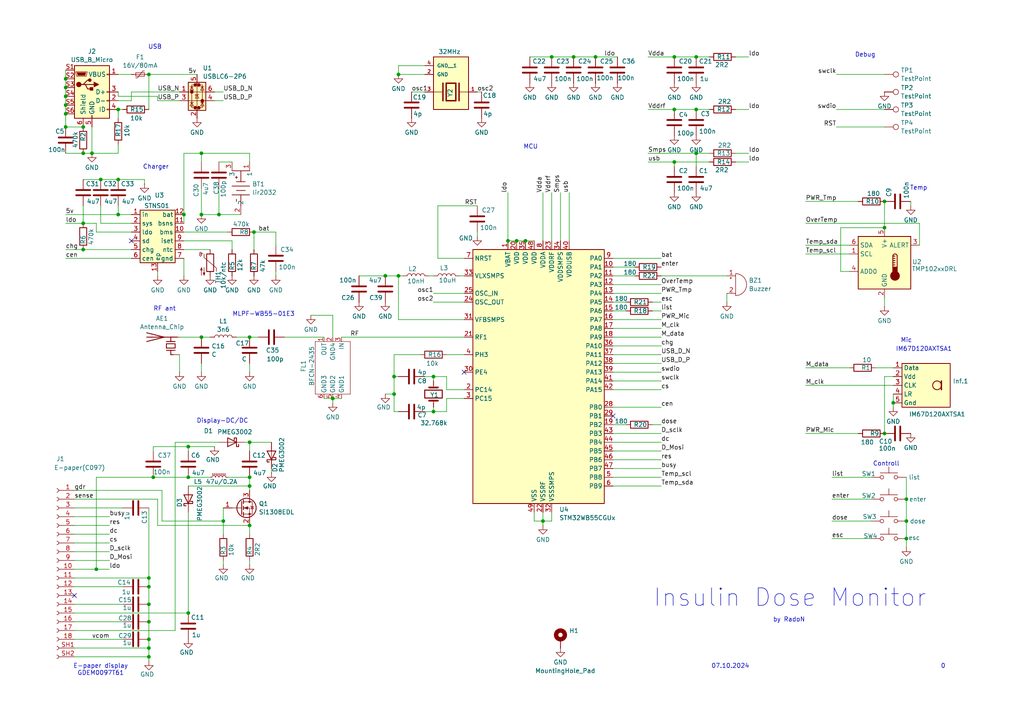
<source format=kicad_sch>
(kicad_sch (version 20231120) (generator "eeschema") (generator_version "8.0")
  (paper "A4")
  (bus_alias "" (members))
  (junction (at 195.58 46.99))
  (junction (at 43.18 175.26))
  (junction (at 201.93 44.45))
  (junction (at 166.37 16.51))
  (junction (at 63.5 62.23))
  (junction (at 152.4 69.85))
  (junction (at 54.61 177.8))
  (junction (at 157.48 151.13))
  (junction (at 64.77 151.13))
  (junction (at 43.18 21.59))
  (junction (at 43.18 190.5))
  (junction (at 27.94 165.1))
  (junction (at 160.02 16.51))
  (junction (at 24.13 44.45))
  (junction (at 19.05 33.02))
  (junction (at 114.3 109.22))
  (junction (at 73.66 67.31))
  (junction (at 172.72 16.51))
  (junction (at 114.3 114.3))
  (junction (at 125.73 119.38))
  (junction (at 29.21 52.07))
  (junction (at 19.05 25.4))
  (junction (at 44.45 138.43))
  (junction (at 195.58 16.51))
  (junction (at 19.05 30.48))
  (junction (at 256.54 66.04))
  (junction (at 34.29 31.75))
  (junction (at 147.32 69.85))
  (junction (at 201.93 31.75))
  (junction (at 24.13 64.77))
  (junction (at 58.42 44.45))
  (junction (at 34.29 52.07))
  (junction (at 53.34 62.23))
  (junction (at 259.08 116.84))
  (junction (at 201.93 16.51))
  (junction (at 24.13 36.83))
  (junction (at 19.05 36.83))
  (junction (at 34.29 62.23))
  (junction (at 43.18 167.64))
  (junction (at 19.05 22.86))
  (junction (at 72.39 97.79))
  (junction (at 19.05 27.94))
  (junction (at 43.18 170.18))
  (junction (at 72.39 152.4))
  (junction (at 72.39 128.27))
  (junction (at 256.54 58.42))
  (junction (at 43.18 185.42))
  (junction (at 43.18 180.34))
  (junction (at 54.61 129.54))
  (junction (at 72.39 140.97))
  (junction (at 72.39 138.43))
  (junction (at 195.58 31.75))
  (junction (at 149.86 69.85))
  (junction (at 54.61 138.43))
  (junction (at 256.54 125.73))
  (junction (at 262.89 156.21))
  (junction (at 96.52 115.57))
  (junction (at 262.89 144.78))
  (junction (at 43.18 187.96))
  (junction (at 111.76 80.01))
  (junction (at 58.42 62.23))
  (junction (at 115.57 21.59))
  (junction (at 125.73 109.22))
  (junction (at 24.13 72.39))
  (junction (at 262.89 151.13))
  (junction (at 115.57 80.01))
  (junction (at 26.67 44.45))
  (junction (at 58.42 97.79))
  (no_connect (at 177.8 120.65))
  (no_connect (at 38.1 69.85))
  (no_connect (at 134.62 107.95))
  (no_connect (at 21.59 172.72))
  (wire (pts (xy 43.18 187.96) (xy 43.18 190.5)))
  (wire (pts (xy 125.73 87.63) (xy 134.62 87.63)))
  (wire (pts (xy 187.96 31.75) (xy 195.58 31.75)))
  (wire (pts (xy 149.86 69.85) (xy 152.4 69.85)))
  (wire (pts (xy 72.39 44.45) (xy 72.39 46.99)))
  (wire (pts (xy 114.3 119.38) (xy 114.3 114.3)))
  (wire (pts (xy 34.29 29.21) (xy 38.1 29.21)))
  (wire (pts (xy 177.8 125.73) (xy 191.77 125.73)))
  (wire (pts (xy 166.37 16.51) (xy 172.72 16.51)))
  (wire (pts (xy 78.74 137.16) (xy 78.74 135.89)))
  (wire (pts (xy 68.58 97.79) (xy 72.39 97.79)))
  (wire (pts (xy 72.39 128.27) (xy 72.39 130.81)))
  (wire (pts (xy 138.43 26.67) (xy 139.7 26.67)))
  (wire (pts (xy 19.05 33.02) (xy 19.05 36.83)))
  (wire (pts (xy 256.54 109.22) (xy 256.54 125.73)))
  (wire (pts (xy 24.13 44.45) (xy 26.67 44.45)))
  (wire (pts (xy 67.31 69.85) (xy 67.31 72.39)))
  (wire (pts (xy 138.43 68.58) (xy 138.43 67.31)))
  (wire (pts (xy 233.68 58.42) (xy 248.92 58.42)))
  (wire (pts (xy 21.59 167.64) (xy 43.18 167.64)))
  (wire (pts (xy 133.35 80.01) (xy 134.62 80.01)))
  (wire (pts (xy 34.29 31.75) (xy 34.29 34.29)))
  (wire (pts (xy 34.29 62.23) (xy 38.1 62.23)))
  (wire (pts (xy 50.8 128.27) (xy 63.5 128.27)))
  (wire (pts (xy 64.77 162.56) (xy 64.77 163.83)))
  (wire (pts (xy 241.3 151.13) (xy 252.73 151.13)))
  (wire (pts (xy 114.3 119.38) (xy 115.57 119.38)))
  (wire (pts (xy 62.23 29.21) (xy 64.77 29.21)))
  (wire (pts (xy 44.45 130.81) (xy 44.45 129.54)))
  (wire (pts (xy 34.29 27.94) (xy 34.29 26.67)))
  (wire (pts (xy 43.18 21.59) (xy 57.15 21.59)))
  (wire (pts (xy 27.94 67.31) (xy 38.1 67.31)))
  (wire (pts (xy 177.8 133.35) (xy 191.77 133.35)))
  (wire (pts (xy 195.58 46.99) (xy 195.58 48.26)))
  (wire (pts (xy 262.89 151.13) (xy 262.89 156.21)))
  (wire (pts (xy 24.13 52.07) (xy 29.21 52.07)))
  (wire (pts (xy 191.77 95.25) (xy 177.8 95.25)))
  (wire (pts (xy 115.57 19.05) (xy 123.19 19.05)))
  (wire (pts (xy 177.8 107.95) (xy 191.77 107.95)))
  (wire (pts (xy 19.05 44.45) (xy 24.13 44.45)))
  (wire (pts (xy 53.34 67.31) (xy 66.04 67.31)))
  (wire (pts (xy 217.17 46.99) (xy 213.36 46.99)))
  (wire (pts (xy 21.59 182.88) (xy 50.8 182.88)))
  (wire (pts (xy 21.59 147.32) (xy 35.56 147.32)))
  (wire (pts (xy 50.8 182.88) (xy 50.8 128.27)))
  (wire (pts (xy 43.18 21.59) (xy 43.18 31.75)))
  (wire (pts (xy 157.48 148.59) (xy 157.48 151.13)))
  (wire (pts (xy 21.59 144.78) (xy 45.72 144.78)))
  (wire (pts (xy 72.39 97.79) (xy 74.93 97.79)))
  (wire (pts (xy 242.57 36.83) (xy 256.54 36.83)))
  (wire (pts (xy 201.93 31.75) (xy 205.74 31.75)))
  (wire (pts (xy 129.54 113.03) (xy 129.54 109.22)))
  (wire (pts (xy 21.59 160.02) (xy 31.75 160.02)))
  (wire (pts (xy 177.8 90.17) (xy 181.61 90.17)))
  (wire (pts (xy 195.58 46.99) (xy 205.74 46.99)))
  (wire (pts (xy 38.1 26.67) (xy 52.07 26.67)))
  (wire (pts (xy 157.48 151.13) (xy 160.02 151.13)))
  (wire (pts (xy 54.61 130.81) (xy 54.61 129.54)))
  (wire (pts (xy 19.05 72.39) (xy 24.13 72.39)))
  (wire (pts (xy 96.52 115.57) (xy 99.06 115.57)))
  (wire (pts (xy 19.05 22.86) (xy 19.05 25.4)))
  (wire (pts (xy 58.42 97.79) (xy 60.96 97.79)))
  (wire (pts (xy 19.05 64.77) (xy 24.13 64.77)))
  (wire (pts (xy 259.08 114.3) (xy 259.08 116.84)))
  (wire (pts (xy 241.3 138.43) (xy 252.73 138.43)))
  (wire (pts (xy 160.02 69.85) (xy 160.02 55.88)))
  (wire (pts (xy 134.62 113.03) (xy 129.54 113.03)))
  (wire (pts (xy 127 59.69) (xy 138.43 59.69)))
  (wire (pts (xy 233.68 111.76) (xy 259.08 111.76)))
  (wire (pts (xy 73.66 67.31) (xy 73.66 72.39)))
  (wire (pts (xy 82.55 97.79) (xy 93.98 97.79)))
  (wire (pts (xy 53.34 69.85) (xy 67.31 69.85)))
  (wire (pts (xy 104.14 80.01) (xy 111.76 80.01)))
  (wire (pts (xy 233.68 125.73) (xy 248.92 125.73)))
  (wire (pts (xy 201.93 44.45) (xy 201.93 48.26)))
  (wire (pts (xy 160.02 151.13) (xy 160.02 148.59)))
  (wire (pts (xy 43.18 175.26) (xy 43.18 180.34)))
  (wire (pts (xy 53.34 62.23) (xy 53.34 64.77)))
  (wire (pts (xy 256.54 58.42) (xy 256.54 66.04)))
  (wire (pts (xy 52.07 97.79) (xy 58.42 97.79)))
  (wire (pts (xy 19.05 20.32) (xy 19.05 22.86)))
  (wire (pts (xy 72.39 138.43) (xy 72.39 140.97)))
  (wire (pts (xy 45.72 29.21) (xy 45.72 27.94)))
  (wire (pts (xy 54.61 177.8) (xy 54.61 148.59)))
  (wire (pts (xy 21.59 177.8) (xy 54.61 177.8)))
  (wire (pts (xy 99.06 97.79) (xy 134.62 97.79)))
  (wire (pts (xy 191.77 80.01) (xy 210.82 80.01)))
  (wire (pts (xy 21.59 175.26) (xy 35.56 175.26)))
  (wire (pts (xy 162.56 69.85) (xy 162.56 55.88)))
  (wire (pts (xy 177.8 123.19) (xy 181.61 123.19)))
  (wire (pts (xy 134.62 115.57) (xy 129.54 115.57)))
  (wire (pts (xy 45.72 27.94) (xy 34.29 27.94)))
  (wire (pts (xy 116.84 80.01) (xy 115.57 80.01)))
  (wire (pts (xy 53.34 74.93) (xy 53.34 80.01)))
  (wire (pts (xy 129.54 115.57) (xy 129.54 119.38)))
  (wire (pts (xy 177.8 85.09) (xy 191.77 85.09)))
  (wire (pts (xy 54.61 129.54) (xy 62.23 129.54)))
  (wire (pts (xy 259.08 116.84) (xy 259.08 118.11)))
  (wire (pts (xy 114.3 109.22) (xy 115.57 109.22)))
  (wire (pts (xy 147.32 69.85) (xy 149.86 69.85)))
  (wire (pts (xy 154.94 151.13) (xy 157.48 151.13)))
  (wire (pts (xy 43.18 170.18) (xy 43.18 175.26)))
  (wire (pts (xy 58.42 62.23) (xy 63.5 62.23)))
  (wire (pts (xy 243.84 66.04) (xy 256.54 66.04)))
  (wire (pts (xy 153.67 16.51) (xy 160.02 16.51)))
  (wire (pts (xy 157.48 69.85) (xy 157.48 55.88)))
  (wire (pts (xy 177.8 110.49) (xy 191.77 110.49)))
  (wire (pts (xy 114.3 114.3) (xy 111.76 114.3)))
  (wire (pts (xy 241.3 156.21) (xy 252.73 156.21)))
  (wire (pts (xy 26.67 44.45) (xy 34.29 44.45)))
  (wire (pts (xy 177.8 105.41) (xy 191.77 105.41)))
  (wire (pts (xy 243.84 78.74) (xy 243.84 66.04)))
  (wire (pts (xy 177.8 97.79) (xy 191.77 97.79)))
  (wire (pts (xy 58.42 107.95) (xy 58.42 105.41)))
  (wire (pts (xy 72.39 152.4) (xy 45.72 152.4)))
  (wire (pts (xy 121.92 102.87) (xy 114.3 102.87)))
  (wire (pts (xy 63.5 54.61) (xy 63.5 62.23)))
  (wire (pts (xy 46.99 142.24) (xy 46.99 151.13)))
  (wire (pts (xy 233.68 64.77) (xy 266.7 64.77)))
  (wire (pts (xy 21.59 187.96) (xy 43.18 187.96)))
  (wire (pts (xy 177.8 138.43) (xy 191.77 138.43)))
  (wire (pts (xy 29.21 52.07) (xy 34.29 52.07)))
  (wire (pts (xy 217.17 44.45) (xy 213.36 44.45)))
  (wire (pts (xy 201.93 16.51) (xy 205.74 16.51)))
  (wire (pts (xy 19.05 25.4) (xy 19.05 27.94)))
  (wire (pts (xy 115.57 21.59) (xy 115.57 19.05)))
  (wire (pts (xy 125.73 119.38) (xy 123.19 119.38)))
  (wire (pts (xy 29.21 64.77) (xy 29.21 59.69)))
  (wire (pts (xy 129.54 109.22) (xy 125.73 109.22)))
  (wire (pts (xy 35.56 31.75) (xy 34.29 31.75)))
  (wire (pts (xy 264.16 58.42) (xy 264.16 59.69)))
  (wire (pts (xy 73.66 67.31) (xy 80.01 67.31)))
  (wire (pts (xy 62.23 26.67) (xy 64.77 26.67)))
  (wire (pts (xy 21.59 142.24) (xy 46.99 142.24)))
  (wire (pts (xy 134.62 102.87) (xy 129.54 102.87)))
  (wire (pts (xy 64.77 151.13) (xy 64.77 154.94)))
  (wire (pts (xy 262.89 138.43) (xy 262.89 144.78)))
  (wire (pts (xy 233.68 106.68) (xy 246.38 106.68)))
  (wire (pts (xy 111.76 80.01) (xy 115.57 80.01)))
  (wire (pts (xy 34.29 21.59) (xy 38.1 21.59)))
  (wire (pts (xy 21.59 157.48) (xy 31.75 157.48)))
  (wire (pts (xy 160.02 16.51) (xy 166.37 16.51)))
  (wire (pts (xy 34.29 44.45) (xy 34.29 41.91)))
  (wire (pts (xy 66.04 138.43) (xy 72.39 138.43)))
  (wire (pts (xy 63.5 46.99) (xy 67.31 46.99)))
  (wire (pts (xy 177.8 118.11) (xy 191.77 118.11)))
  (wire (pts (xy 38.1 64.77) (xy 29.21 64.77)))
  (wire (pts (xy 189.23 90.17) (xy 191.77 90.17)))
  (wire (pts (xy 52.07 102.87) (xy 52.07 107.95)))
  (wire (pts (xy 34.29 52.07) (xy 41.91 52.07)))
  (wire (pts (xy 129.54 119.38) (xy 125.73 119.38)))
  (wire (pts (xy 210.82 85.09) (xy 210.82 87.63)))
  (wire (pts (xy 256.54 31.75) (xy 242.57 31.75)))
  (wire (pts (xy 124.46 80.01) (xy 125.73 80.01)))
  (wire (pts (xy 80.01 67.31) (xy 80.01 71.12)))
  (wire (pts (xy 217.17 16.51) (xy 213.36 16.51)))
  (wire (pts (xy 58.42 54.61) (xy 58.42 62.23)))
  (wire (pts (xy 19.05 30.48) (xy 19.05 33.02)))
  (wire (pts (xy 177.8 87.63) (xy 181.61 87.63)))
  (wire (pts (xy 233.68 73.66) (xy 246.38 73.66)))
  (wire (pts (xy 125.73 109.22) (xy 125.73 110.49)))
  (wire (pts (xy 114.3 102.87) (xy 114.3 109.22)))
  (wire (pts (xy 45.72 78.74) (xy 45.72 80.01)))
  (wire (pts (xy 53.34 72.39) (xy 60.96 72.39)))
  (wire (pts (xy 58.42 44.45) (xy 72.39 44.45)))
  (wire (pts (xy 177.8 140.97) (xy 191.77 140.97)))
  (wire (pts (xy 187.96 44.45) (xy 201.93 44.45)))
  (wire (pts (xy 115.57 92.71) (xy 115.57 80.01)))
  (wire (pts (xy 96.52 91.44) (xy 96.52 97.79)))
  (wire (pts (xy 80.01 78.74) (xy 80.01 80.01)))
  (wire (pts (xy 21.59 149.86) (xy 31.75 149.86)))
  (wire (pts (xy 172.72 16.51) (xy 179.07 16.51)))
  (wire (pts (xy 72.39 105.41) (xy 72.39 107.95)))
  (wire (pts (xy 21.59 162.56) (xy 31.75 162.56)))
  (wire (pts (xy 53.34 44.45) (xy 58.42 44.45)))
  (wire (pts (xy 177.8 128.27) (xy 191.77 128.27)))
  (wire (pts (xy 54.61 140.97) (xy 72.39 140.97)))
  (wire (pts (xy 69.85 62.23) (xy 63.5 62.23)))
  (wire (pts (xy 27.94 64.77) (xy 27.94 67.31)))
  (wire (pts (xy 43.18 190.5) (xy 43.18 191.77)))
  (wire (pts (xy 152.4 69.85) (xy 154.94 69.85)))
  (wire (pts (xy 233.68 71.12) (xy 246.38 71.12)))
  (wire (pts (xy 21.59 185.42) (xy 35.56 185.42)))
  (wire (pts (xy 256.54 86.36) (xy 256.54 88.9)))
  (wire (pts (xy 41.91 52.07) (xy 41.91 53.34)))
  (wire (pts (xy 58.42 44.45) (xy 58.42 46.99)))
  (wire (pts (xy 21.59 152.4) (xy 31.75 152.4)))
  (wire (pts (xy 115.57 21.59) (xy 123.19 21.59)))
  (wire (pts (xy 19.05 74.93) (xy 38.1 74.93)))
  (wire (pts (xy 262.89 158.75) (xy 262.89 156.21)))
  (wire (pts (xy 177.8 74.93) (xy 191.77 74.93)))
  (wire (pts (xy 256.54 109.22) (xy 259.08 109.22)))
  (wire (pts (xy 195.58 16.51) (xy 201.93 16.51)))
  (wire (pts (xy 123.19 109.22) (xy 125.73 109.22)))
  (wire (pts (xy 254 106.68) (xy 259.08 106.68)))
  (wire (pts (xy 43.18 185.42) (xy 43.18 187.96)))
  (wire (pts (xy 21.59 165.1) (xy 27.94 165.1)))
  (wire (pts (xy 93.98 115.57) (xy 96.52 115.57)))
  (wire (pts (xy 154.94 148.59) (xy 154.94 151.13)))
  (wire (pts (xy 24.13 59.69) (xy 24.13 64.77)))
  (wire (pts (xy 134.62 74.93) (xy 127 74.93)))
  (wire (pts (xy 217.17 31.75) (xy 213.36 31.75)))
  (wire (pts (xy 177.8 82.55) (xy 191.77 82.55)))
  (wire (pts (xy 127 74.93) (xy 127 59.69)))
  (wire (pts (xy 201.93 44.45) (xy 205.74 44.45)))
  (wire (pts (xy 177.8 130.81) (xy 191.77 130.81)))
  (wire (pts (xy 177.8 80.01) (xy 184.15 80.01)))
  (wire (pts (xy 266.7 71.12) (xy 266.7 64.77)))
  (wire (pts (xy 52.07 29.21) (xy 45.72 29.21)))
  (wire (pts (xy 191.77 92.71) (xy 177.8 92.71)))
  (wire (pts (xy 72.39 128.27) (xy 78.74 128.27)))
  (wire (pts (xy 157.48 151.13) (xy 157.48 152.4)))
  (wire (pts (xy 177.8 102.87) (xy 191.77 102.87)))
  (wire (pts (xy 195.58 31.75) (xy 201.93 31.75)))
  (wire (pts (xy 256.54 21.59) (xy 242.57 21.59)))
  (wire (pts (xy 147.32 69.85) (xy 147.32 55.88)))
  (wire (pts (xy 64.77 147.32) (xy 64.77 151.13)))
  (wire (pts (xy 187.96 46.99) (xy 195.58 46.99)))
  (wire (pts (xy 187.96 16.51) (xy 195.58 16.51)))
  (wire (pts (xy 189.23 123.19) (xy 191.77 123.19)))
  (wire (pts (xy 53.34 62.23) (xy 53.34 44.45)))
  (wire (pts (xy 43.18 180.34) (xy 43.18 185.42)))
  (wire (pts (xy 45.72 152.4) (xy 45.72 144.78)))
  (wire (pts (xy 177.8 135.89) (xy 191.77 135.89)))
  (wire (pts (xy 43.18 167.64) (xy 43.18 170.18)))
  (wire (pts (xy 72.39 140.97) (xy 72.39 142.24)))
  (wire (pts (xy 19.05 27.94) (xy 19.05 30.48)))
  (wire (pts (xy 34.29 59.69) (xy 34.29 62.23)))
  (wire (pts (xy 27.94 165.1) (xy 31.75 165.1)))
  (wire (pts (xy 19.05 36.83) (xy 24.13 36.83)))
  (wire (pts (xy 72.39 154.94) (xy 72.39 152.4)))
  (wire (pts (xy 24.13 72.39) (xy 38.1 72.39)))
  (wire (pts (xy 21.59 154.94) (xy 31.75 154.94)))
  (wire (pts (xy 90.17 91.44) (xy 96.52 91.44)))
  (wire (pts (xy 119.38 26.67) (xy 123.19 26.67)))
  (wire (pts (xy 125.73 85.09) (xy 134.62 85.09)))
  (wire (pts (xy 26.67 36.83) (xy 26.67 44.45)))
  (wire (pts (xy 44.45 138.43) (xy 54.61 138.43)))
  (wire (pts (xy 21.59 190.5) (xy 43.18 190.5)))
  (wire (pts (xy 21.59 180.34) (xy 35.56 180.34)))
  (wire (pts (xy 54.61 138.43) (xy 60.96 138.43)))
  (wire (pts (xy 177.8 100.33) (xy 191.77 100.33)))
  (wire (pts (xy 38.1 29.21) (xy 38.1 26.67)))
  (wire (pts (xy 19.05 62.23) (xy 34.29 62.23)))
  (wire (pts (xy 44.45 129.54) (xy 54.61 129.54)))
  (wire (pts (xy 71.12 128.27) (xy 72.39 128.27)))
  (wire (pts (xy 134.62 92.71) (xy 115.57 92.71)))
  (wire (pts (xy 72.39 162.56) (xy 72.39 163.83)))
  (wire (pts (xy 177.8 77.47) (xy 184.15 77.47)))
  (wire (pts (xy 21.59 170.18) (xy 35.56 170.18)))
  (wire (pts (xy 243.84 78.74) (xy 246.38 78.74)))
  (wire (pts (xy 262.89 144.78) (xy 262.89 151.13)))
  (wire (pts (xy 24.13 64.77) (xy 27.94 64.77)))
  (wire (pts (xy 189.23 87.63) (xy 191.77 87.63)))
  (wire (pts (xy 46.99 151.13) (xy 64.77 151.13)))
  (wire (pts (xy 96.52 116.84) (xy 96.52 115.57)))
  (wire (pts (xy 241.3 144.78) (xy 252.73 144.78)))
  (wire (pts (xy 165.1 69.85) (xy 165.1 55.88)))
  (wire (pts (xy 125.73 118.11) (xy 125.73 119.38)))
  (wire (pts (xy 114.3 114.3) (xy 114.3 109.22)))
  (wire (pts (xy 27.94 138.43) (xy 44.45 138.43)))
  (wire (pts (xy 177.8 113.03) (xy 191.77 113.03)))
  (wire (pts (xy 43.18 147.32) (xy 43.18 167.64)))
  (wire (pts (xy 27.94 165.1) (xy 27.94 138.43)))
  (text "Insulin Dose Monitor\n" (at 229.108 173.482 0) (effects (font (size 5.08 5.08))))
  (text "USB" (at 44.958 13.716 0) (effects (font (size 1.27 1.27))))
  (text "Mic" (at 262.89 98.806 0) (effects (font (size 1.27 1.27))))
  (text "0" (at 273.558 193.294 0) (effects (font (size 1.27 1.27))))
  (text "Temp" (at 266.446 54.61 0) (effects (font (size 1.27 1.27))))
  (text "RF ant" (at 47.752 89.662 0) (effects (font (size 1.27 1.27))))
  (text "Controll" (at 257.048 134.62 0) (effects (font (size 1.27 1.27))))
  (text "IM67D120AXTSA1" (at 267.97 101.346 0) (effects (font (size 1.27 1.27))))
  (text "07.10.2024" (at 211.836 193.294 0) (effects (font (size 1.27 1.27))))
  (text "Display-DC/DC" (at 64.516 122.174 0) (effects (font (size 1.27 1.27))))
  (text "E-paper display\nGDEM0097T61" (at 29.21 194.31 0) (effects (font (size 1.27 1.27))))
  (text "Debug" (at 250.952 16.002 0) (effects (font (size 1.27 1.27))))
  (text "Charger" (at 45.212 48.514 0) (effects (font (size 1.27 1.27))))
  (text "by RadoN" (at 228.854 179.832 0) (effects (font (size 1.27 1.27))))
  (text "MCU" (at 153.924 42.672 0) (effects (font (size 1.27 1.27))))
  (text "\nMLPF-WB55-01E3" (at 76.454 90.17 0) (effects (font (size 1.27 1.27))))
  (label "Vddrf" (at 160.02 55.88 90))
  (label "bat" (at 191.77 74.93 0))
  (label "usb" (at 187.96 46.99 0))
  (label "dc" (at 31.75 154.94 0))
  (label "D_Mosi" (at 31.75 162.56 0))
  (label "PWR_Mic" (at 233.68 125.73 0))
  (label "OverTemp" (at 233.68 64.77 0))
  (label "cs" (at 31.75 157.48 0))
  (label "ldo" (at 217.17 44.45 0))
  (label "D_sclk" (at 31.75 160.02 0))
  (label "5v" (at 54.61 21.59 0))
  (label "M_clk" (at 191.77 95.25 0))
  (label "5v" (at 19.05 62.23 0))
  (label "USB_D_N" (at 64.77 26.67 0))
  (label "RF" (at 101.6 97.79 0))
  (label "bat" (at 74.93 67.31 0))
  (label "vcom" (at 26.67 185.42 0))
  (label "M_data" (at 191.77 97.79 0))
  (label "dose" (at 191.77 123.19 0))
  (label "ldo" (at 217.17 46.99 0))
  (label "esc" (at 241.3 156.21 0))
  (label "D_Mosi" (at 191.77 130.81 0))
  (label "enter" (at 241.3 144.78 0))
  (label "USB_D_P" (at 64.77 29.21 0))
  (label "USB_N" (at 45.72 26.67 0))
  (label "sense" (at 21.59 144.78 0))
  (label "ldo" (at 217.17 16.51 0))
  (label "res" (at 191.77 133.35 0))
  (label "PWR_Mic" (at 191.77 92.71 0))
  (label "swdio" (at 191.77 107.95 0))
  (label "esc" (at 191.77 87.63 0))
  (label "swclk" (at 191.77 110.49 0))
  (label "Temp_sda" (at 191.77 140.97 0))
  (label "busy" (at 31.75 149.86 0))
  (label "ldo" (at 175.26 16.51 0))
  (label "Smps" (at 162.56 55.88 90))
  (label "list" (at 241.3 138.43 0))
  (label "RST" (at 138.43 59.69 180))
  (label "Vddrf" (at 187.96 31.75 0))
  (label "M_clk" (at 233.68 111.76 0))
  (label "ldo" (at 217.17 31.75 0))
  (label "cen" (at 19.05 74.93 0))
  (label "osc2" (at 125.73 87.63 180))
  (label "ldo" (at 31.75 165.1 0))
  (label "osc2" (at 138.43 26.67 0))
  (label "enter" (at 191.77 77.47 0))
  (label "USB_D_N" (at 191.77 102.87 0))
  (label "OverTemp" (at 191.77 82.55 0))
  (label "list" (at 191.77 90.17 0))
  (label "chg" (at 19.05 72.39 0))
  (label "ldo" (at 19.05 64.77 0))
  (label "usb" (at 165.1 55.88 90))
  (label "osc1" (at 125.73 85.09 180))
  (label "swclk" (at 242.57 21.59 180))
  (label "osc1" (at 119.38 26.67 0))
  (label "cen" (at 191.77 118.11 0))
  (label "Vdda" (at 157.48 55.88 90))
  (label "chg" (at 191.77 100.33 0))
  (label "gdr" (at 21.59 142.24 0))
  (label "RST" (at 242.57 36.83 180))
  (label "Smps" (at 187.96 44.45 0))
  (label "swdio" (at 242.57 31.75 180))
  (label "Temp_scl" (at 233.68 73.66 0))
  (label "Vdda" (at 187.96 16.51 0))
  (label "PWR_Tmp" (at 233.68 58.42 0))
  (label "Temp_sda" (at 233.68 71.12 0))
  (label "dose" (at 241.3 151.13 0))
  (label "M_data" (at 233.68 106.68 0))
  (label "D_sclk" (at 191.77 125.73 0))
  (label "Temp_scl" (at 191.77 138.43 0))
  (label "PWR_Tmp" (at 191.77 85.09 0))
  (label "cs" (at 191.77 113.03 0))
  (label "dc" (at 191.77 128.27 0))
  (label "USB_P" (at 45.72 29.21 0))
  (label "USB_D_P" (at 191.77 105.41 0))
  (label "busy" (at 191.77 135.89 0))
  (label "ldo" (at 147.32 55.88 90))
  (label "res" (at 31.75 152.4 0))
  (symbol (lib_id "Device:C") (at 201.93 20.32 0) (unit 1)
    (property "Reference" "C21" (at 202.692 17.78 0) (effects (justify left)))
    (property "Value" "1u" (at 202.946 22.86 0) (effects (justify left)))
    (property "Footprint" "Capacitor_SMD:C_0402_1005Metric" (effects (hide yes)))
    (property "Manufacturer" "Samsung" (effects (hide yes)))
    (property "Mfpn" " CL05A105KO5NNNC" (effects (hide yes)))
    (property "Price" "0.2" (effects (hide yes)))
  )
  (symbol (lib_id "Device:C") (at 72.39 134.62 0) (unit 1)
    (property "Reference" "C12" (at 73.152 132.08 0) (effects (justify left)))
    (property "Value" "4u7" (at 73.406 137.16 0) (effects (justify left)))
    (property "Footprint" "Capacitor_SMD:C_0603_1608Metric" (effects (hide yes)))
    (property "Manufacturer" "Samsung" (effects (hide yes)))
    (property "Mfpn" "CL10A475KP8NNNL" (effects (hide yes)))
    (property "Price" "0.019" (effects (hide yes)))
  )
  (symbol (lib_id "power:GND") (at 64.77 163.83 0) (unit 1)
    (property "Reference" "#PWR030" (effects (hide yes)))
    (property "Value" "GND" (at 62.23 167.64 0) (effects (justify left)))
    (property "Description" "Power symbol creates a global label with name \"GND\" , ground" (effects (hide yes)))
  )
  (symbol (lib_id "Device:R") (at 209.55 16.51 90) (unit 1)
    (property "Reference" "R11" (at 211.836 16.51 90) (effects (justify left)))
    (property "Value" "2R2" (at 211.328 18.796 90) (effects (justify left)))
    (property "Footprint" "Resistor_SMD:R_0402_1005Metric" (effects (hide yes)))
    (property "Description" "Resistor" (effects (hide yes)))
    (property "Manufacturer" "Yageo" (effects (hide yes)))
    (property "Mfpn" " RC0402FR-072R2L" (effects (hide yes)))
    (property "Price" "0.012" (effects (hide yes)))
  )
  (symbol (lib_id "Device:R") (at 72.39 158.75 0) (unit 1)
    (property "Reference" "R4" (at 72.39 161.036 90) (effects (justify left)))
    (property "Value" "2R2" (at 74.676 161.29 90) (effects (justify left)))
    (property "Footprint" "Resistor_SMD:R_0402_1005Metric" (effects (hide yes)))
    (property "Description" "Resistor" (effects (hide yes)))
    (property "Manufacturer" "Yageo" (effects (hide yes)))
    (property "Mfpn" " RC0402FR-072R2L" (effects (hide yes)))
    (property "Price" "0.012" (effects (hide yes)))
  )
  (symbol (lib_id "Device:C") (at 195.58 52.07 0) (unit 1)
    (property "Reference" "C2" (at 196.85 49.53 0) (effects (justify left)))
    (property "Value" "100n" (at 196.342 54.61 0) (effects (justify left)))
    (property "Footprint" "Capacitor_SMD:C_0402_1005Metric" (effects (hide yes)))
    (property "Manufacturer" "Tayo Yuden" (effects (hide yes)))
    (property "Mfpn" "MLASE105SB7104KFNA01" (effects (hide yes)))
    (property "Price" "0.013" (effects (hide yes)))
  )
  (symbol (lib_id "Device:R") (at 250.19 106.68 90) (unit 1)
    (property "Reference" "R1" (at 252.476 106.68 90) (effects (justify left)))
    (property "Value" "10" (at 252.73 104.394 90) (effects (justify left)))
    (property "Footprint" "Resistor_SMD:R_0402_1005Metric" (effects (hide yes)))
    (property "Description" "Resistor" (effects (hide yes)))
    (property "Manufacturer" "Bourns" (effects (hide yes)))
    (property "Mfpn" " CR0402-JW-100GLF" (effects (hide yes)))
    (property "Price" "0.001" (effects (hide yes)))
  )
  (symbol (lib_id "Device:Thermistor_NTC") (at 60.96 76.2 0) (unit 1)
    (property "Reference" "TH1" (at 63.246 82.296 90) (effects (justify left)))
    (property "Value" "10k/ntc" (at 64.77 83.82 90) (effects (justify left)))
    (property "Footprint" "Resistor_SMD:R_0402_1005Metric" (effects (hide yes)))
    (property "Description" "Temperature dependent resistor, negative temperature coefficient" (effects (hide yes)))
    (property "Manufacturer" "Mitsubishi" (effects (hide yes)))
    (property "Mfpn" "TH05-3H103F" (effects (hide yes)))
    (property "Price" "2.8" (effects (hide yes)))
  )
  (symbol (lib_id "power:GND") (at 78.74 137.16 0) (unit 1)
    (property "Reference" "#PWR028" (effects (hide yes)))
    (property "Value" "GND" (at 76.2 140.97 0) (effects (justify left)))
    (property "Description" "Power symbol creates a global label with name \"GND\" , ground" (effects (hide yes)))
  )
  (symbol (lib_id "Device:C") (at 172.72 20.32 0) (unit 1)
    (property "Reference" "C25" (at 173.99 17.78 0) (effects (justify left)))
    (property "Value" "100n" (at 172.974 22.606 0) (effects (justify left)))
    (property "Footprint" "Capacitor_SMD:C_0402_1005Metric" (effects (hide yes)))
    (property "Manufacturer" "Tayo Yuden" (effects (hide yes)))
    (property "Mfpn" "MLASE105SB7104KFNA01" (effects (hide yes)))
    (property "Price" "0.013" (effects (hide yes)))
  )
  (symbol (lib_id "Connector:Conn_01x18_Socket") (at 16.51 162.56 0) (mirror y) (unit 1)
    (property "Reference" "J1" (at 17.526 133.096 0))
    (property "Value" "E-paper(C097)" (at 23.114 135.636 0))
    (property "Footprint" "InsuDos:MOLEX_503480-1800" (effects (hide yes)))
    (property "Description" "Generic connector, single row, 01x18, script generated" (effects (hide yes)))
    (property "Manufacturer" "Molex" (effects (hide yes)))
    (property "Mfpn" " 5034801800" (effects (hide yes)))
    (property "Price" "1.6" (effects (hide yes)))
  )
  (symbol (lib_id "power:GND") (at 58.42 107.95 0) (unit 1)
    (property "Reference" "#PWR010" (effects (hide yes)))
    (property "Value" "GND" (at 58.42 112.0831 0))
    (property "Description" "Power symbol creates a global label with name \"GND\" , ground" (effects (hide yes)))
  )
  (symbol (lib_id "Device:R") (at 73.66 76.2 0) (unit 1)
    (property "Reference" "R7" (at 73.66 78.486 90) (effects (justify left)))
    (property "Value" "47k" (at 76.2 78.994 90) (effects (justify left)))
    (property "Footprint" "Resistor_SMD:R_0402_1005Metric" (effects (hide yes)))
    (property "Description" "Resistor" (effects (hide yes)))
    (property "Manufacturer" "Yageo" (effects (hide yes)))
    (property "Mfpn" " RC0402FR-1347KL" (effects (hide yes)))
    (property "Price" "0.007" (effects (hide yes)))
  )
  (symbol (lib_id "power:GND") (at 139.7 34.29 0) (unit 1)
    (property "Reference" "#PWR044" (effects (hide yes)))
    (property "Value" "GND" (at 139.7 38.4231 0))
    (property "Description" "Power symbol creates a global label with name \"GND\" , ground" (effects (hide yes)))
  )
  (symbol (lib_id "Device:R") (at 252.73 125.73 90) (unit 1)
    (property "Reference" "R9" (at 255.016 125.73 90) (effects (justify left)))
    (property "Value" "180" (at 253.492 128.27 90) (effects (justify left)))
    (property "Footprint" "Resistor_SMD:R_0402_1005Metric" (effects (hide yes)))
    (property "Description" "Resistor" (effects (hide yes)))
    (property "Manufacturer" "Bourns" (effects (hide yes)))
    (property "Mfpn" "CR0402-FX-1800GLF" (effects (hide yes)))
    (property "Price" "0.007" (effects (hide yes)))
  )
  (symbol (lib_id "power:GND") (at 73.66 80.01 0) (unit 1)
    (property "Reference" "#PWR039" (effects (hide yes)))
    (property "Value" "GND" (at 73.66 84.1431 0))
    (property "Description" "Power symbol creates a global label with name \"GND\" , ground" (effects (hide yes)))
  )
  (symbol (lib_id "Device:R") (at 67.31 76.2 0) (unit 1)
    (property "Reference" "R5" (at 67.31 78.486 90) (effects (justify left)))
    (property "Value" "12k" (at 69.596 78.74 90) (effects (justify left)))
    (property "Footprint" "Resistor_SMD:R_0402_1005Metric" (effects (hide yes)))
    (property "Description" "Resistor" (effects (hide yes)))
    (property "Manufacturer" "Bourns" (effects (hide yes)))
    (property "Mfpn" "CR0402-FX-1202GLF" (effects (hide yes)))
    (property "Price" "0.007" (effects (hide yes)))
  )
  (symbol (lib_id "Device:C") (at 44.45 134.62 0) (unit 1)
    (property "Reference" "C37" (at 45.72 132.08 0) (effects (justify left)))
    (property "Value" "100n" (at 44.45 136.906 0) (effects (justify left)))
    (property "Footprint" "Capacitor_SMD:C_0402_1005Metric" (effects (hide yes)))
    (property "Manufacturer" "Tayo Yuden" (effects (hide yes)))
    (property "Mfpn" "MLASE105SB7104KFNA01" (effects (hide yes)))
    (property "Price" "0.013" (effects (hide yes)))
  )
  (symbol (lib_id "Device:C") (at 80.01 74.93 0) (unit 1)
    (property "Reference" "C34" (at 81.28 72.39 0) (effects (justify left)))
    (property "Value" "100n" (at 80.772 77.47 0) (effects (justify left)))
    (property "Footprint" "Capacitor_SMD:C_0402_1005Metric" (effects (hide yes)))
    (property "Manufacturer" "Tayo Yuden" (effects (hide yes)))
    (property "Mfpn" "MLASE105SB7104KFNA01" (effects (hide yes)))
    (property "Price" "0.013" (effects (hide yes)))
  )
  (symbol (lib_id "power:GND") (at 201.93 39.37 0) (unit 1)
    (property "Reference" "#PWR011" (effects (hide yes)))
    (property "Value" "GND" (at 201.93 43.5031 0))
    (property "Description" "Power symbol creates a global label with name \"GND\" , ground" (effects (hide yes)))
  )
  (symbol (lib_id "power:GND") (at 256.54 26.67 0) (unit 1)
    (property "Reference" "#PWR06" (effects (hide yes)))
    (property "Value" "GND" (at 256.54 30.8031 0))
    (property "Description" "Power symbol creates a global label with name \"GND\" , ground" (effects (hide yes)))
  )
  (symbol (lib_id "power:GND") (at 111.76 87.63 0) (unit 1)
    (property "Reference" "#PWR049" (effects (hide yes)))
    (property "Value" "GND" (at 111.76 91.7631 0))
    (property "Description" "Power symbol creates a global label with name \"GND\" , ground" (effects (hide yes)))
  )
  (symbol (lib_id "Device:C") (at 29.21 55.88 0) (unit 1)
    (property "Reference" "C32" (at 29.972 53.34 0) (effects (justify left)))
    (property "Value" "4u7" (at 30.226 58.42 0) (effects (justify left)))
    (property "Footprint" "Capacitor_SMD:C_0603_1608Metric" (effects (hide yes)))
    (property "Manufacturer" "Samsung" (effects (hide yes)))
    (property "Mfpn" "CL10A475KP8NNNL" (effects (hide yes)))
    (property "Price" "0.019" (effects (hide yes)))
  )
  (symbol (lib_id "power:GND") (at 210.82 87.63 0) (unit 1)
    (property "Reference" "#PWR047" (effects (hide yes)))
    (property "Value" "GND" (at 210.82 91.7631 0))
    (property "Description" "Power symbol creates a global label with name \"GND\" , ground" (effects (hide yes)))
  )
  (symbol (lib_id "Device:R") (at 209.55 31.75 90) (unit 1)
    (property "Reference" "R12" (at 211.836 31.75 90) (effects (justify left)))
    (property "Value" "2R2" (at 212.09 29.464 90) (effects (justify left)))
    (property "Footprint" "Resistor_SMD:R_0402_1005Metric" (effects (hide yes)))
    (property "Description" "Resistor" (effects (hide yes)))
    (property "Manufacturer" "Yageo" (effects (hide yes)))
    (property "Mfpn" " RC0402FR-072R2L" (effects (hide yes)))
    (property "Price" "0.012" (effects (hide yes)))
  )
  (symbol (lib_id "power:GND") (at 58.42 62.23 0) (unit 1)
    (property "Reference" "#PWR027" (effects (hide yes)))
    (property "Value" "GND" (at 58.42 66.3631 0))
    (property "Description" "Power symbol creates a global label with name \"GND\" , ground" (effects (hide yes)))
  )
  (symbol (lib_id "Connector:TestPoint") (at 256.54 21.59 270) (unit 1)
    (property "Reference" "TP1" (at 261.239 20.3778 90) (effects (justify left)))
    (property "Value" "TestPoint" (at 261.239 22.8021 90) (effects (justify left)))
    (property "Footprint" "TestPoint:TestPoint_Pad_1.0x1.0mm" (effects (hide yes)))
    (property "Description" "test point" (effects (hide yes)))
  )
  (symbol (lib_id "Device:Buzzer") (at 213.36 82.55 0) (unit 1)
    (property "Reference" "BZ1" (at 217.1562 81.3378 0) (effects (justify left)))
    (property "Value" "Buzzer" (at 217.1562 83.7621 0) (effects (justify left)))
    (property "Footprint" "Buzzer_Beeper:Buzzer_CUI_CPT-9019S-SMT" (effects (hide yes)))
    (property "Description" "Buzzer, polarized" (effects (hide yes)))
  )
  (symbol (lib_id "power:GND") (at 264.16 59.69 0) (unit 1)
    (property "Reference" "#PWR05" (effects (hide yes)))
    (property "Value" "GND" (at 264.16 63.8231 0))
    (property "Description" "Power symbol creates a global label with name \"GND\" , ground" (effects (hide yes)))
  )
  (symbol (lib_id "power:GND") (at 157.48 152.4 0) (unit 1)
    (property "Reference" "#PWR09" (effects (hide yes)))
    (property "Value" "GND" (at 157.48 156.5331 0))
    (property "Description" "Power symbol creates a global label with name \"GND\" , ground" (effects (hide yes)))
  )
  (symbol (lib_id "insuDos:MLPF-WB55-01E3") (at 93.98 97.79 90) (mirror x) (unit 1)
    (property "Reference" "FL1" (at 87.9997 106.172 0))
    (property "Value" "BFCN-2435" (at 90.424 106.172 0))
    (property "Footprint" "InsuDos:St_filter" (effects (hide yes)))
    (property "Datasheet" "MLPF-WB55-01E3" (effects (hide yes)))
    (property "Description" "2340-2530MHz 50 Ohm Passive Band Pass Filter, FV1206" (effects (hide yes)))
    (property "Manufacturer" "ST" (effects (hide yes)))
    (property "Mfpn" " MLPF-WB55-01E3" (effects (hide yes)))
    (property "Price" "0.3" (effects (hide yes)))
  )
  (symbol (lib_id "Device:C") (at 39.37 170.18 270) (unit 1)
    (property "Reference" "C14" (at 34.036 168.91 90) (effects (justify left)))
    (property "Value" "1u" (at 35.306 171.704 90) (effects (justify left)))
    (property "Footprint" "Capacitor_SMD:C_0402_1005Metric" (effects (hide yes)))
    (property "Manufacturer" "Samsung" (effects (hide yes)))
    (property "Mfpn" " CL05A105KO5NNNC" (effects (hide yes)))
    (property "Price" "0.2" (effects (hide yes)))
  )
  (symbol (lib_id "Device:R") (at 209.55 44.45 90) (unit 1)
    (property "Reference" "R13" (at 211.836 44.45 90) (effects (justify left)))
    (property "Value" "2R2" (at 212.09 42.164 90) (effects (justify left)))
    (property "Footprint" "Resistor_SMD:R_0402_1005Metric" (effects (hide yes)))
    (property "Description" "Resistor" (effects (hide yes)))
    (property "Manufacturer" "Yageo" (effects (hide yes)))
    (property "Mfpn" " RC0402FR-072R2L" (effects (hide yes)))
    (property "Price" "0.012" (effects (hide yes)))
  )
  (symbol (lib_id "Device:R") (at 185.42 87.63 90) (unit 1)
    (property "Reference" "R21" (at 187.706 87.63 90) (effects (justify left)))
    (property "Value" "180" (at 182.118 86.614 90) (effects (justify left)))
    (property "Footprint" "Resistor_SMD:R_0402_1005Metric" (effects (hide yes)))
    (property "Description" "Resistor" (effects (hide yes)))
    (property "Manufacturer" "Bourns" (effects (hide yes)))
    (property "Mfpn" "CR0402-FX-1800GLF" (effects (hide yes)))
    (property "Price" "0.007" (effects (hide yes)))
  )
  (symbol (lib_id "power:GND") (at 115.57 21.59 0) (unit 1)
    (property "Reference" "#PWR041" (effects (hide yes)))
    (property "Value" "GND" (at 115.57 25.7231 0))
    (property "Description" "Power symbol creates a global label with name \"GND\" , ground" (effects (hide yes)))
  )
  (symbol (lib_id "Device:C") (at 201.93 52.07 0) (unit 1)
    (property "Reference" "C1" (at 202.692 49.53 0) (effects (justify left)))
    (property "Value" "4u7" (at 202.946 54.61 0) (effects (justify left)))
    (property "Footprint" "Capacitor_SMD:C_0603_1608Metric" (effects (hide yes)))
    (property "Manufacturer" "Samsung" (effects (hide yes)))
    (property "Mfpn" "CL10A475KP8NNNL" (effects (hide yes)))
    (property "Price" "0.019" (effects (hide yes)))
  )
  (symbol (lib_id "Device:C") (at 19.05 40.64 0) (unit 1)
    (property "Reference" "C5" (at 16.002 38.1 0) (effects (justify left)))
    (property "Value" "100n" (at 13.97 43.434 0) (effects (justify left)))
    (property "Footprint" "Capacitor_SMD:C_0402_1005Metric" (effects (hide yes)))
    (property "Manufacturer" "Tayo Yuden" (effects (hide yes)))
    (property "Mfpn" "MLASE105SB7104KFNA01" (effects (hide yes)))
    (property "Price" "0.013" (effects (hide yes)))
  )
  (symbol (lib_id "Switch:SW_Push") (at 257.81 156.21 0) (mirror y) (unit 1)
    (property "Reference" "SW4" (at 252.476 155.448 0))
    (property "Value" "esc" (at 265.176 155.956 0))
    (property "Footprint" "Button_Switch_SMD:SW_SPST_B3U-3000P-B" (effects (hide yes)))
    (property "Manufacturer" "Omron" (effects (hide yes)))
    (property "Mfpn" "B3U-3000P-B" (effects (hide yes)))
    (property "Price" "0.8" (effects (hide yes)))
  )
  (symbol (lib_id "Device:C") (at 138.43 63.5 0) (unit 1)
    (property "Reference" "C27" (at 139.7 60.96 0) (effects (justify left)))
    (property "Value" "100n" (at 139.192 66.04 0) (effects (justify left)))
    (property "Footprint" "Capacitor_SMD:C_0402_1005Metric" (effects (hide yes)))
    (property "Manufacturer" "Tayo Yuden" (effects (hide yes)))
    (property "Mfpn" "MLASE105SB7104KFNA01" (effects (hide yes)))
    (property "Price" "0.013" (effects (hide yes)))
  )
  (symbol (lib_id "Diode:MBR0530") (at 78.74 132.08 90) (unit 1)
    (property "Reference" "D2" (at 79.756 135.636 0))
    (property "Value" " PMEG3002" (at 81.7302 132.3975 0))
    (property "Footprint" "Diode_SMD:D_SOD-882" (effects (hide yes)))
    (property "Description" "30V 0.5A Schottky" (effects (hide yes)))
    (property "Manufacturer" "Nexperia" (effects (hide yes)))
    (property "Mfpn" "PMEG3002AEL,315" (effects (hide yes)))
    (property "Price" "0.18" (effects (hide yes)))
  )
  (symbol (lib_id "Device:R") (at 185.42 123.19 90) (unit 1)
    (property "Reference" "R20" (at 187.706 123.19 90) (effects (justify left)))
    (property "Value" "180" (at 182.118 122.174 90) (effects (justify left)))
    (property "Footprint" "Resistor_SMD:R_0402_1005Metric" (effects (hide yes)))
    (property "Description" "Resistor" (effects (hide yes)))
    (property "Manufacturer" "Bourns" (effects (hide yes)))
    (property "Mfpn" "CR0402-FX-1800GLF" (effects (hide yes)))
    (property "Price" "0.007" (effects (hide yes)))
  )
  (symbol (lib_id "power:GND") (at 259.08 118.11 0) (unit 1)
    (property "Reference" "#PWR07" (effects (hide yes)))
    (property "Value" "GND" (at 259.08 122.2431 0))
    (property "Description" "Power symbol creates a global label with name \"GND\" , ground" (effects (hide yes)))
  )
  (symbol (lib_id "power:GND") (at 195.58 39.37 0) (unit 1)
    (property "Reference" "#PWR012" (effects (hide yes)))
    (property "Value" "GND" (at 195.58 43.5031 0))
    (property "Description" "Power symbol creates a global label with name \"GND\" , ground" (effects (hide yes)))
  )
  (symbol (lib_id "Transistor_FET:Si1308EDL") (at 69.85 147.32 0) (unit 1)
    (property "Reference" "Q1" (at 75.057 146.1078 0) (effects (justify left)))
    (property "Value" "Si1308EDL" (at 75.057 148.5321 0) (effects (justify left)))
    (property "Footprint" "Package_TO_SOT_SMD:SOT-323_SC-70" (effects (hide yes)))
    (property "Datasheet" "https://www.vishay.com/docs/63399/si1308edl.pdf" (effects (hide yes)))
    (property "Description" "30V Vds, 1.4A Id, N-Channel MOSFET, SC-70" (effects (hide yes)))
  )
  (symbol (lib_id "Device:C") (at 39.37 147.32 270) (unit 1)
    (property "Reference" "C13" (at 41.91 148.082 0) (effects (justify left)))
    (property "Value" "1u" (at 36.83 148.336 0) (effects (justify left)))
    (property "Footprint" "Capacitor_SMD:C_0402_1005Metric" (effects (hide yes)))
    (property "Manufacturer" "Samsung" (effects (hide yes)))
    (property "Mfpn" " CL05A105KO5NNNC" (effects (hide yes)))
    (property "Price" "0.2" (effects (hide yes)))
  )
  (symbol (lib_id "Diode:MBR0530") (at 54.61 144.78 90) (unit 1)
    (property "Reference" "D3" (at 52.07 145.796 0))
    (property "Value" " PMEG3002" (at 57.912 146.558 0))
    (property "Footprint" "Diode_SMD:D_SOD-882" (effects (hide yes)))
    (property "Description" "30V 0.5A Schottky" (effects (hide yes)))
    (property "Manufacturer" "Nexperia" (effects (hide yes)))
    (property "Mfpn" "PMEG3002AEL,315" (effects (hide yes)))
    (property "Price" "0.18" (effects (hide yes)))
  )
  (symbol (lib_id "Device:C") (at 119.38 119.38 90) (unit 1)
    (property "Reference" "C7" (at 122.428 120.396 90))
    (property "Value" "4p" (at 122.174 118.11 90))
    (property "Footprint" "Capacitor_SMD:C_0402_1005Metric" (effects (hide yes)))
    (property "Manufacturer" "Tayo Yuden" (effects (hide yes)))
    (property "Mfpn" "UMK105CH040CVHF" (effects (hide yes)))
    (property "Price" "0.17" (effects (hide yes)))
  )
  (symbol (lib_id "Device:Polyfuse_Small") (at 40.64 21.59 90) (unit 1)
    (property "Reference" "F1" (at 40.64 16.5565 90))
    (property "Value" "16V/80mA" (at 40.64 18.9808 90))
    (property "Footprint" "Fuse:Fuse_0603_1608Metric" (effects (hide yes)))
    (property "Description" "Resettable fuse, polymeric positive temperature coefficient, small symbol" (effects (hide yes)))
    (property "Manufacturer" "Bell" (effects (hide yes)))
    (property "Mfpn" "0ZCM0008FF2G" (effects (hide yes)))
    (property "Price" "0.2" (effects (hide yes)))
  )
  (symbol (lib_id "power:GND") (at 262.89 158.75 0) (unit 1)
    (property "Reference" "#PWR02" (effects (hide yes)))
    (property "Value" "GND" (at 262.89 162.8831 0))
    (property "Description" "Power symbol creates a global label with name \"GND\" , ground" (effects (hide yes)))
  )
  (symbol (lib_id "power:GND") (at 172.72 24.13 0) (unit 1)
    (property "Reference" "#PWR024" (effects (hide yes)))
    (property "Value" "GND" (at 172.72 28.2631 0))
    (property "Description" "Power symbol creates a global label with name \"GND\" , ground" (effects (hide yes)))
  )
  (symbol (lib_id "Device:L") (at 64.77 97.79 90) (unit 1)
    (property "Reference" "L1" (at 64.77 93.1402 90))
    (property "Value" "3n6" (at 64.77 95.5645 90))
    (property "Footprint" "Inductor_SMD:L_0402_1005Metric" (effects (hide yes)))
    (property "Description" "Inductor" (effects (hide yes)))
  )
  (symbol (lib_id "Device:C") (at 104.14 83.82 180) (unit 1)
    (property "Reference" "C26" (at 102.87 86.36 0) (effects (justify left)))
    (property "Value" "100n" (at 103.378 81.28 0) (effects (justify left)))
    (property "Footprint" "Capacitor_SMD:C_0402_1005Metric" (effects (hide yes)))
    (property "Manufacturer" "Tayo Yuden" (effects (hide yes)))
    (property "Mfpn" "MLASE105SB7104KFNA01" (effects (hide yes)))
    (property "Price" "0.013" (effects (hide yes)))
  )
  (symbol (lib_id "Device:R") (at 69.85 67.31 90) (unit 1)
    (property "Reference" "R8" (at 72.136 67.31 90) (effects (justify left)))
    (property "Value" "470k" (at 72.39 65.024 90) (effects (justify left)))
    (property "Footprint" "Resistor_SMD:R_0402_1005Metric" (effects (hide yes)))
    (property "Description" "Resistor" (effects (hide yes)))
    (property "Manufacturer" "Yageo" (effects (hide yes)))
    (property "Mfpn" " RC0402FR-13470KL" (effects (hide yes)))
    (property "Price" "0.008" (effects (hide yes)))
  )
  (symbol (lib_id "Device:C") (at 139.7 30.48 0) (unit 1)
    (property "Reference" "C18" (at 141.986 27.686 0))
    (property "Value" "4p" (at 141.478 33.02 0))
    (property "Footprint" "Capacitor_SMD:C_0402_1005Metric" (effects (hide yes)))
    (property "Manufacturer" "Tayo Yuden" (effects (hide yes)))
    (property "Mfpn" "UMK105CH040CVHF" (effects (hide yes)))
    (property "Price" "0.17" (effects (hide yes)))
  )
  (symbol (lib_id "Device:C") (at 58.42 50.8 0) (unit 1)
    (property "Reference" "C30" (at 56.896 57.15 90) (effects (justify left)))
    (property "Value" "4u7" (at 59.69 56.642 90) (effects (justify left)))
    (property "Footprint" "Capacitor_SMD:C_0603_1608Metric" (effects (hide yes)))
    (property "Manufacturer" "Samsung" (effects (hide yes)))
    (property "Mfpn" "CL10A475KP8NNNL" (effects (hide yes)))
    (property "Price" "0.019" (effects (hide yes)))
  )
  (symbol (lib_id "Device:Antenna_Chip") (at 49.53 100.33 90) (unit 1)
    (property "Reference" "AE1" (at 46.99 92.3755 90))
    (property "Value" "Antenna_Chip" (at 46.99 94.7998 90))
    (property "Footprint" "RF_Antenna:Texas_SWRA117D_2.4GHz_Right" (effects (hide yes)))
    (property "Description" "DNP" (effects (hide yes)))
    (property "Manufacturer" "Ti" (effects (hide yes)))
    (property "Mfpn" "DNP" (effects (hide yes)))
    (property "Price" "-" (effects (hide yes)))
  )
  (symbol (lib_id "Device:C") (at 39.37 180.34 270) (unit 1)
    (property "Reference" "C28" (at 34.29 179.324 90) (effects (justify left)))
    (property "Value" "1u" (at 35.56 181.356 90) (effects (justify left)))
    (property "Footprint" "Capacitor_SMD:C_0402_1005Metric" (effects (hide yes)))
    (property "Manufacturer" "Samsung" (effects (hide yes)))
    (property "Mfpn" " CL05A105KO5NNNC" (effects (hide yes)))
    (property "Price" "0.2" (effects (hide yes)))
  )
  (symbol (lib_id "power:GND") (at 96.52 116.84 0) (unit 1)
    (property "Reference" "#PWR08" (effects (hide yes)))
    (property "Value" "GND" (at 96.52 120.9731 0))
    (property "Description" "Power symbol creates a global label with name \"GND\" , ground" (effects (hide yes)))
  )
  (symbol (lib_id "Device:C") (at 63.5 50.8 180) (unit 1)
    (property "Reference" "C38" (at 62.738 52.578 90) (effects (justify left)))
    (property "Value" "100p" (at 64.77 52.324 90) (effects (justify left)))
    (property "Footprint" "Capacitor_SMD:C_0402_1005Metric" (effects (hide yes)))
    (property "Manufacturer" "Samsung" (effects (hide yes)))
    (property "Mfpn" "CL05C101JB51PND" (effects (hide yes)))
    (property "Price" "0.019" (effects (hide yes)))
  )
  (symbol (lib_id "Device:C") (at 72.39 101.6 0) (unit 1)
    (property "Reference" "C17" (at 68.326 99.568 0) (effects (justify left)))
    (property "Value" "C" (at 70.104 104.14 0) (effects (justify left)))
    (property "Footprint" "Capacitor_SMD:C_0402_1005Metric" (effects (hide yes)))
  )
  (symbol (lib_id "Device:R") (at 187.96 77.47 90) (unit 1)
    (property "Reference" "R19" (at 190.246 77.47 90) (effects (justify left)))
    (property "Value" "180" (at 184.658 76.454 90) (effects (justify left)))
    (property "Footprint" "Resistor_SMD:R_0402_1005Metric" (effects (hide yes)))
    (property "Description" "Resistor" (effects (hide yes)))
    (property "Manufacturer" "Bourns" (effects (hide yes)))
    (property "Mfpn" "CR0402-FX-1800GLF" (effects (hide yes)))
    (property "Price" "0.007" (effects (hide yes)))
  )
  (symbol (lib_id "Device:C") (at 34.29 55.88 0) (unit 1)
    (property "Reference" "C33" (at 35.052 53.34 0) (effects (justify left)))
    (property "Value" "4u7" (at 35.306 58.42 0) (effects (justify left)))
    (property "Footprint" "Capacitor_SMD:C_0603_1608Metric" (effects (hide yes)))
    (property "Manufacturer" "Samsung" (effects (hide yes)))
    (property "Mfpn" "CL10A475KP8NNNL" (effects (hide yes)))
    (property "Price" "0.019" (effects (hide yes)))
  )
  (symbol (lib_id "Device:Crystal") (at 125.73 114.3 270) (unit 1)
    (property "Reference" "Y1" (at 127.254 114.554 90) (effects (justify right)))
    (property "Value" "32.768k" (at 129.794 122.682 90) (effects (justify right)))
    (property "Footprint" "Crystal:Crystal_SMD_2012-2Pin_2.0x1.2mm" (effects (hide yes)))
    (property "Description" "Two pin crystal" (effects (hide yes)))
    (property "Manufacturer" "Abracon" (effects (hide yes)))
    (property "Mfpn" "CM8V-T1A-32.768kHz-4pF-20PPM-TA-QC T3" (effects (hide yes)))
    (property "Price" "0.6" (effects (hide yes)))
  )
  (symbol (lib_id "insuDos:BAT-HLD-001") (at 72.39 46.99 270) (unit 1)
    (property "Reference" "BT1" (at 73.1266 53.3978 90) (effects (justify left)))
    (property "Value" "lir2032" (at 73.1266 55.8221 90) (effects (justify left)))
    (property "Footprint" "InsuDos:BATT_HLDR_via" (effects (hide yes)))
    (property "Datasheet" "BAT-HLD-001" (effects (hide yes)))
  )
  (symbol (lib_id "power:GND") (at 43.18 191.77 0) (unit 1)
    (property "Reference" "#PWR033" (effects (hide yes)))
    (property "Value" "GND" (at 40.64 195.58 0) (effects (justify left)))
    (property "Description" "Power symbol creates a global label with name \"GND\" , ground" (effects (hide yes)))
  )
  (symbol (lib_id "Device:R") (at 39.37 31.75 90) (unit 1)
    (property "Reference" "R15" (at 41.656 31.75 90) (effects (justify left)))
    (property "Value" "10k" (at 41.402 34.29 90) (effects (justify left)))
    (property "Footprint" "Resistor_SMD:R_0402_1005Metric" (effects (hide yes)))
    (property "Description" "Resistor" (effects (hide yes)))
    (property "Manufacturer" "Yageo" (effects (hide yes)))
    (property "Mfpn" " RC0402FR-7W10KL" (effects (hide yes)))
    (property "Price" "0.012" (effects (hide yes)))
  )
  (symbol (lib_id "power:GND") (at 166.37 24.13 0) (unit 1)
    (property "Reference" "#PWR023" (effects (hide yes)))
    (property "Value" "GND" (at 166.37 28.2631 0))
    (property "Description" "Power symbol creates a global label with name \"GND\" , ground" (effects (hide yes)))
  )
  (symbol (lib_id "Power_Protection:USBLC6-2P6") (at 57.15 26.67 0) (unit 1)
    (property "Reference" "U1" (at 58.8011 19.7315 0) (effects (justify left)))
    (property "Value" "USBLC6-2P6" (at 58.8011 22.1558 0) (effects (justify left)))
    (property "Footprint" "Package_TO_SOT_SMD:SOT-666" (effects (hide yes)))
    (property "Datasheet" "https://www.st.com/resource/en/datasheet/usblc6-2.pdf" (effects (hide yes)))
    (property "Description" "Very low capacitance ESD protection diode, 2 data-line, SOT-666" (effects (hide yes)))
  )
  (symbol (lib_id "Device:C") (at 119.38 109.22 90) (unit 1)
    (property "Reference" "C8" (at 122.428 110.49 90))
    (property "Value" "4p" (at 122.428 107.95 90))
    (property "Footprint" "Capacitor_SMD:C_0402_1005Metric" (effects (hide yes)))
    (property "Manufacturer" "Tayo Yuden" (effects (hide yes)))
    (property "Mfpn" "UMK105CH040CVHF" (effects (hide yes)))
    (property "Price" "0.17" (effects (hide yes)))
  )
  (symbol (lib_id "power:GND") (at 195.58 24.13 0) (unit 1)
    (property "Reference" "#PWR019" (effects (hide yes)))
    (property "Value" "GND" (at 195.58 28.2631 0))
    (property "Description" "Power symbol creates a global label with name \"GND\" , ground" (effects (hide yes)))
  )
  (symbol (lib_id "Device:C") (at 58.42 101.6 0) (unit 1)
    (property "Reference" "C16" (at 61.341 100.3879 0) (effects (justify left)))
    (property "Value" "C" (at 61.341 102.8121 0) (effects (justify left)))
    (property "Footprint" "Capacitor_SMD:C_0402_1005Metric" (effects (hide yes)))
  )
  (symbol (lib_id "Device:C") (at 260.35 58.42 90) (unit 1)
    (property "Reference" "C9" (at 257.81 57.15 0) (effects (justify left)))
    (property "Value" "100n" (at 262.89 57.658 0) (effects (justify left)))
    (property "Footprint" "Capacitor_SMD:C_0402_1005Metric" (effects (hide yes)))
    (property "Manufacturer" "Tayo Yuden" (effects (hide yes)))
    (property "Mfpn" "MLASE105SB7104KFNA01" (effects (hide yes)))
    (property "Price" "0.013" (effects (hide yes)))
  )
  (symbol (lib_id "power:GND") (at 111.76 114.3 0) (unit 1)
    (property "Reference" "#PWR01" (effects (hide yes)))
    (property "Value" "GND" (at 109.22 118.11 0) (effects (justify left)))
    (property "Description" "Power symbol creates a global label with name \"GND\" , ground" (effects (hide yes)))
  )
  (symbol (lib_id "Diode:MBR0530") (at 67.31 128.27 180) (unit 1)
    (property "Reference" "D1" (at 60.452 124.968 0))
    (property "Value" " PMEG3002" (at 67.6275 125.2798 0))
    (property "Footprint" "Diode_SMD:D_SOD-882" (effects (hide yes)))
    (property "Description" "30V 0.5A Schottky" (effects (hide yes)))
    (property "Manufacturer" "Nexperia" (effects (hide yes)))
    (property "Mfpn" "PMEG3002AEL,315" (effects (hide yes)))
    (property "Price" "0.18" (effects (hide yes)))
  )
  (symbol (lib_id "Device:L") (at 129.54 80.01 90) (unit 1)
    (property "Reference" "L3" (at 128.778 77.724 90))
    (property "Value" "10uH" (at 129.794 81.28 90))
    (property "Footprint" "Inductor_SMD:L_0603_1608Metric" (effects (hide yes)))
    (property "Description" "Inductor" (effects (hide yes)))
    (property "Manufacturer" "TDK" (effects (hide yes)))
    (property "Mfpn" "MLZ1608E100MT" (effects (hide yes)))
    (property "Price" "0.09" (effects (hide yes)))
  )
  (symbol (lib_id "Device:R") (at 209.55 46.99 90) (unit 1)
    (property "Reference" "R14" (at 211.836 46.99 90) (effects (justify left)))
    (property "Value" "2R2" (at 211.328 49.276 90) (effects (justify left)))
    (property "Footprint" "Resistor_SMD:R_0402_1005Metric" (effects (hide yes)))
    (property "Description" "Resistor" (effects (hide yes)))
    (property "Manufacturer" "Yageo" (effects (hide yes)))
    (property "Mfpn" " RC0402FR-072R2L" (effects (hide yes)))
    (property "Price" "0.012" (effects (hide yes)))
  )
  (symbol (lib_id "power:GND") (at 201.93 24.13 0) (unit 1)
    (property "Reference" "#PWR020" (effects (hide yes)))
    (property "Value" "GND" (at 201.93 28.2631 0))
    (property "Description" "Power symbol creates a global label with name \"GND\" , ground" (effects (hide yes)))
  )
  (symbol (lib_id "power:GND") (at 72.39 163.83 0) (unit 1)
    (property "Reference" "#PWR029" (effects (hide yes)))
    (property "Value" "GND" (at 69.85 167.64 0) (effects (justify left)))
    (property "Description" "Power symbol creates a global label with name \"GND\" , ground" (effects (hide yes)))
  )
  (symbol (lib_id "power:GND") (at 138.43 68.58 0) (unit 1)
    (property "Reference" "#PWR026" (effects (hide yes)))
    (property "Value" "GND" (at 135.128 69.088 0))
    (property "Description" "Power symbol creates a global label with name \"GND\" , ground" (effects (hide yes)))
  )
  (symbol (lib_id "Device:C") (at 260.35 125.73 90) (unit 1)
    (property "Reference" "C10" (at 258.826 128.016 90) (effects (justify left)))
    (property "Value" "100n" (at 259.842 130.048 90) (effects (justify left)))
    (property "Footprint" "Capacitor_SMD:C_0402_1005Metric" (effects (hide yes)))
    (property "Manufacturer" "Tayo Yuden" (effects (hide yes)))
    (property "Mfpn" "MLASE105SB7104KFNA01" (effects (hide yes)))
    (property "Price" "0.013" (effects (hide yes)))
  )
  (symbol (lib_id "Device:R") (at 187.96 80.01 90) (unit 1)
    (property "Reference" "R22" (at 190.246 80.01 90) (effects (justify left)))
    (property "Value" "180" (at 184.658 78.994 90) (effects (justify left)))
    (property "Footprint" "Resistor_SMD:R_0402_1005Metric" (effects (hide yes)))
    (property "Description" "Resistor" (effects (hide yes)))
    (property "Manufacturer" "Bourns" (effects (hide yes)))
    (property "Mfpn" "CR0402-FX-1800GLF" (effects (hide yes)))
    (property "Price" "0.007" (effects (hide yes)))
  )
  (symbol (lib_id "power:GND") (at 67.31 80.01 0) (unit 1)
    (property "Reference" "#PWR038" (effects (hide yes)))
    (property "Value" "GND" (at 67.31 84.1431 0))
    (property "Description" "Power symbol creates a global label with name \"GND\" , ground" (effects (hide yes)))
  )
  (symbol (lib_id "Device:C") (at 39.37 175.26 270) (unit 1)
    (property "Reference" "C15" (at 34.29 173.99 90) (effects (justify left)))
    (property "Value" "1u" (at 35.56 176.276 90) (effects (justify left)))
    (property "Footprint" "Capacitor_SMD:C_0402_1005Metric" (effects (hide yes)))
    (property "Manufacturer" "Samsung" (effects (hide yes)))
    (property "Mfpn" " CL05A105KO5NNNC" (effects (hide yes)))
    (property "Price" "0.2" (effects (hide yes)))
  )
  (symbol (lib_id "power:GND") (at 52.07 107.95 0) (unit 1)
    (property "Reference" "#PWR042" (effects (hide yes)))
    (property "Value" "GND" (at 52.07 112.0831 0))
    (property "Description" "Power symbol creates a global label with name \"GND\" , ground" (effects (hide yes)))
  )
  (symbol (lib_id "power:GND") (at 162.56 187.96 0) (unit 1)
    (property "Reference" "#PWR045" (effects (hide yes)))
    (property "Value" "GND" (at 162.56 192.0931 0))
    (property "Description" "Power symbol creates a global label with name \"GND\" , ground" (effects (hide yes)))
  )
  (symbol (lib_id "power:GND") (at 80.01 80.01 0) (unit 1)
    (property "Reference" "#PWR040" (effects (hide yes)))
    (property "Value" "GND" (at 80.01 84.1431 0))
    (property "Description" "Power symbol creates a global label with name \"GND\" , ground" (effects (hide yes)))
  )
  (symbol (lib_id "power:GND") (at 264.16 125.73 0) (unit 1)
    (property "Reference" "#PWR04" (effects (hide yes)))
    (property "Value" "GND" (at 264.16 129.8631 0))
    (property "Description" "Power symbol creates a global label with name \"GND\" , ground" (effects (hide yes)))
  )
  (symbol (lib_id "Device:R") (at 64.77 158.75 0) (unit 1)
    (property "Reference" "R3" (at 64.77 161.036 90) (effects (justify left)))
    (property "Value" "10k" (at 67.056 161.29 90) (effects (justify left)))
    (property "Footprint" "Resistor_SMD:R_0402_1005Metric" (effects (hide yes)))
    (property "Description" "Resistor" (effects (hide yes)))
    (property "Manufacturer" "Yageo" (effects (hide yes)))
    (property "Mfpn" " RC0402FR-7W10KL" (effects (hide yes)))
    (property "Price" "0.012" (effects (hide yes)))
  )
  (symbol (lib_id "Device:R") (at 252.73 58.42 90) (unit 1)
    (property "Reference" "R10" (at 255.016 58.42 90) (effects (justify left)))
    (property "Value" "180" (at 255.27 56.134 90) (effects (justify left)))
    (property "Footprint" "Resistor_SMD:R_0402_1005Metric" (effects (hide yes)))
    (property "Description" "Resistor" (effects (hide yes)))
    (property "Manufacturer" "Bourns" (effects (hide yes)))
    (property "Mfpn" "CR0402-FX-1800GLF" (effects (hide yes)))
    (property "Price" "0.007" (effects (hide yes)))
  )
  (symbol (lib_id "Device:R") (at 24.13 68.58 0) (unit 1)
    (property "Reference" "R6" (at 24.13 70.866 90) (effects (justify left)))
    (property "Value" "470k" (at 26.416 71.12 90) (effects (justify left)))
    (property "Footprint" "Resistor_SMD:R_0402_1005Metric" (effects (hide yes)))
    (property "Description" "Resistor" (effects (hide yes)))
    (property "Manufacturer" "Yageo" (effects (hide yes)))
    (property "Mfpn" " RC0402FR-13470KL" (effects (hide yes)))
    (property "Price" "0.008" (effects (hide yes)))
  )
  (symbol (lib_id "power:GND") (at 153.67 24.13 0) (unit 1)
    (property "Reference" "#PWR021" (effects (hide yes)))
    (property "Value" "GND" (at 153.67 28.2631 0))
    (property "Description" "Power symbol creates a global label with name \"GND\" , ground" (effects (hide yes)))
  )
  (symbol (lib_id "power:GND") (at 60.96 80.01 0) (unit 1)
    (property "Reference" "#PWR034" (effects (hide yes)))
    (property "Value" "GND" (at 60.96 84.1431 0))
    (property "Description" "Power symbol creates a global label with name \"GND\" , ground" (effects (hide yes)))
  )
  (symbol (lib_id "Device:C") (at 179.07 20.32 0) (unit 1)
    (property "Reference" "C36" (at 180.34 17.78 0) (effects (justify left)))
    (property "Value" "100n" (at 179.07 22.606 0) (effects (justify left)))
    (property "Footprint" "Capacitor_SMD:C_0402_1005Metric" (effects (hide yes)))
    (property "Manufacturer" "Tayo Yuden" (effects (hide yes)))
    (property "Mfpn" "MLASE105SB7104KFNA01" (effects (hide yes)))
    (property "Price" "0.013" (effects (hide yes)))
  )
  (symbol (lib_id "Device:C") (at 39.37 185.42 270) (unit 1)
    (property "Reference" "C29" (at 34.29 184.404 90) (effects (justify left)))
    (property "Value" "1u" (at 35.56 186.436 90) (effects (justify left)))
    (property "Footprint" "Capacitor_SMD:C_0402_1005Metric" (effects (hide yes)))
    (property "Manufacturer" "Samsung" (effects (hide yes)))
    (property "Mfpn" " CL05A105KO5NNNC" (effects (hide yes)))
    (property "Price" "0.2" (effects (hide yes)))
  )
  (symbol (lib_id "Device:L") (at 120.65 80.01 90) (unit 1)
    (property "Reference" "L2" (at 119.634 77.978 90))
    (property "Value" "10nH" (at 120.65 81.534 90))
    (property "Footprint" "Inductor_SMD:L_0402_1005Metric" (effects (hide yes)))
    (property "Description" "Inductor" (effects (hide yes)))
    (property "Manufacturer" "Te Conectivity" (effects (hide yes)))
    (property "Mfpn" "36550402J10NT" (effects (hide yes)))
    (property "Price" "0.05" (effects (hide yes)))
  )
  (symbol (lib_id "Connector:USB_B_Micro") (at 26.67 26.67 0) (unit 1)
    (property "Reference" "J2" (at 26.67 14.9057 0))
    (property "Value" "USB_B_Micro" (at 26.67 17.3299 0))
    (property "Footprint" "InsuDos:AMPHENOL_10118193-0001LF" (effects (hide yes)))
  )
  (symbol (lib_id "Device:C") (at 153.67 20.32 0) (unit 1)
    (property "Reference" "C22" (at 154.432 17.78 0) (effects (justify left)))
    (property "Value" "4u7" (at 154.686 22.86 0) (effects (justify left)))
    (property "Footprint" "Capacitor_SMD:C_0603_1608Metric" (effects (hide yes)))
    (property "Manufacturer" "Samsung" (effects (hide yes)))
    (property "Mfpn" "CL10A475KP8NNNL" (effects (hide yes)))
    (property "Price" "0.019" (effects (hide yes)))
  )
  (symbol (lib_id "Sensor_Temperature:TMP102xxDRL") (at 256.54 76.2 0) (unit 1)
    (property "Reference" "U2" (at 265.938 75.946 0))
    (property "Value" "TMP102xxDRL" (at 271.018 77.978 0))
    (property "Footprint" "Package_TO_SOT_SMD:SOT-563" (effects (hide yes)))
    (property "Datasheet" "https://www.ti.com/lit/ds/symlink/tmp102.pdf" (effects (hide yes)))
    (property "Description" "Digital Temperature Sensor, +/- 3 °C, low-Power, SMBus, 12 bit, Two-Wire Serial Interface, SOT-563" (effects (hide yes)))
  )
  (symbol (lib_id "Device:C") (at 119.38 30.48 0) (unit 1)
    (property "Reference" "C19" (at 121.666 28.194 0))
    (property "Value" "4p" (at 121.158 33.02 0))
    (property "Footprint" "Capacitor_SMD:C_0402_1005Metric" (effects (hide yes)))
    (property "Manufacturer" "Tayo Yuden" (effects (hide yes)))
    (property "Mfpn" "UMK105CH040CVHF" (effects (hide yes)))
    (property "Price" "0.17" (effects (hide yes)))
  )
  (symbol (lib_id "Device:L_Ferrite_Small") (at 63.5 138.43 90) (unit 1)
    (property "Reference" "L5" (at 57.404 139.7 90))
    (property "Value" "47u/0.2A" (at 64.262 139.7 90))
    (property "Footprint" "InsuDos:IND_TAIYO_BRC2016_TAY" (effects (hide yes)))
    (property "Description" "Inductor with ferrite core, small symbol" (effects (hide yes)))
    (property "Manufacturer" "Tayo Yuden" (effects (hide yes)))
    (property "Mfpn" "BRC2016T470K" (effects (hide yes)))
  )
  (symbol (lib_id "power:GND") (at 53.34 80.01 0) (unit 1)
    (property "Reference" "#PWR035" (effects (hide yes)))
    (property "Value" "GND" (at 53.34 84.1431 0))
    (property "Description" "Power symbol creates a global label with name \"GND\" , ground" (effects (hide yes)))
  )
  (symbol (lib_id "Device:C") (at 160.02 20.32 0) (unit 1)
    (property "Reference" "C23" (at 161.29 17.78 0) (effects (justify left)))
    (property "Value" "100n" (at 160.782 22.86 0) (effects (justify left)))
    (property "Footprint" "Capacitor_SMD:C_0402_1005Metric" (effects (hide yes)))
    (property "Manufacturer" "Tayo Yuden" (effects (hide yes)))
    (property "Mfpn" "MLASE105SB7104KFNA01" (effects (hide yes)))
    (property "Price" "0.013" (effects (hide yes)))
  )
  (symbol (lib_id "power:GND") (at 45.72 80.01 0) (unit 1)
    (property "Reference" "#PWR036" (effects (hide yes)))
    (property "Value" "GND" (at 45.72 84.1431 0))
    (property "Description" "Power symbol creates a global label with name \"GND\" , ground" (effects (hide yes)))
  )
  (symbol (lib_id "power:GND") (at 104.14 87.63 0) (unit 1)
    (property "Reference" "#PWR050" (effects (hide yes)))
    (property "Value" "GND" (at 104.14 91.7631 0))
    (property "Description" "Power symbol creates a global label with name \"GND\" , ground" (effects (hide yes)))
  )
  (symbol (lib_id "Device:C") (at 201.93 35.56 0) (unit 1)
    (property "Reference" "C3" (at 203.2 33.02 0) (effects (justify left)))
    (property "Value" "100n" (at 202.692 38.1 0) (effects (justify left)))
    (property "Footprint" "Capacitor_SMD:C_0402_1005Metric" (effects (hide yes)))
    (property "Manufacturer" "Tayo Yuden" (effects (hide yes)))
    (property "Mfpn" "MLASE105SB7104KFNA01" (effects (hide yes)))
    (property "Price" "0.013" (effects (hide yes)))
  )
  (symbol (lib_name "STM32WB55CGUx_1") (lib_id "MCU_ST_STM32WB:STM32WB55CGUx") (at 154.94 110.49 0) (unit 1)
    (property "Reference" "U4" (at 162.2141 147.7701 0) (effects (justify left)))
    (property "Value" "STM32WB55CGUx" (at 162.2141 150.1944 0) (effects (justify left)))
    (property "Footprint" "Package_DFN_QFN:QFN-48-1EP_7x7mm_P0.5mm_EP5.6x5.6mm" (effects (hide yes)))
    (property "Datasheet" "https://www.st.com/resource/en/datasheet/stm32wb55cg.pdf" (effects (hide yes)))
    (property "Description" "STMicroelectronics Arm Cortex-M4 MCU, 1024KB flash, 256KB RAM, 64 MHz, 1.71-3.6V, 30 GPIO, UFQFPN48" (effects (hide yes)))
  )
  (symbol (lib_id "Connector:TestPoint") (at 256.54 36.83 270) (unit 1)
    (property "Reference" "TP4" (at 261.239 35.6178 90) (effects (justify left)))
    (property "Value" "TestPoint" (at 261.239 38.0421 90) (effects (justify left)))
    (property "Footprint" "TestPoint:TestPoint_Pad_1.0x1.0mm" (effects (hide yes)))
    (property "Description" "test point" (effects (hide yes)))
  )
  (symbol (lib_id "power:GND") (at 179.07 24.13 0) (unit 1)
    (property "Reference" "#PWR046" (effects (hide yes)))
    (property "Value" "GND" (at 179.07 28.2631 0))
    (property "Description" "Power symbol creates a global label with name \"GND\" , ground" (effects (hide yes)))
  )
  (symbol (lib_id "Connector:TestPoint") (at 256.54 26.67 270) (unit 1)
    (property "Reference" "TP2" (at 261.239 25.4578 90) (effects (justify left)))
    (property "Value" "TestPoint" (at 261.239 27.8821 90) (effects (justify left)))
    (property "Footprint" "TestPoint:TestPoint_Pad_1.0x1.0mm" (effects (hide yes)))
    (property "Description" "test point" (effects (hide yes)))
  )
  (symbol (lib_id "Device:R") (at 185.42 90.17 90) (unit 1)
    (property "Reference" "R18" (at 187.706 90.17 90) (effects (justify left)))
    (property "Value" "180" (at 182.118 89.154 90) (effects (justify left)))
    (property "Footprint" "Resistor_SMD:R_0402_1005Metric" (effects (hide yes)))
    (property "Description" "Resistor" (effects (hide yes)))
    (property "Manufacturer" "Bourns" (effects (hide yes)))
    (property "Mfpn" "CR0402-FX-1800GLF" (effects (hide yes)))
    (property "Price" "0.007" (effects (hide yes)))
  )
  (symbol (lib_id "Switch:SW_Push") (at 257.81 151.13 0) (unit 1)
    (property "Reference" "SW3" (at 252.222 149.86 0))
    (property "Value" "dose" (at 266.192 151.13 0))
    (property "Footprint" "Button_Switch_SMD:SW_SPST_B3U-1000P-B" (effects (hide yes)))
    (property "Description" "straight" (effects (hide yes)))
    (property "Manufacturer" "Omron" (effects (hide yes)))
    (property "Mfpn" "B3U-1000P-B" (effects (hide yes)))
    (property "Price" "0.7" (effects (hide yes)))
  )
  (symbol (lib_id "Device:C") (at 195.58 35.56 0) (unit 1)
    (property "Reference" "C4" (at 196.85 33.274 0) (effects (justify left)))
    (property "Value" "100p" (at 196.342 38.608 0) (effects (justify left)))
    (property "Footprint" "Capacitor_SMD:C_0402_1005Metric" (effects (hide yes)))
  )
  (symbol (lib_id "Device:C") (at 195.58 20.32 0) (unit 1)
    (property "Reference" "C20" (at 196.85 17.78 0) (effects (justify left)))
    (property "Value" "100n" (at 196.342 22.86 0) (effects (justify left)))
    (property "Footprint" "Capacitor_SMD:C_0402_1005Metric" (effects (hide yes)))
    (property "Manufacturer" "Tayo Yuden" (effects (hide yes)))
    (property "Mfpn" "MLASE105SB7104KFNA01" (effects (hide yes)))
    (property "Price" "0.013" (effects (hide yes)))
  )
  (symbol (lib_id "Device:C") (at 166.37 20.32 0) (unit 1)
    (property "Reference" "C24" (at 167.64 17.78 0) (effects (justify left)))
    (property "Value" "100n" (at 167.132 22.86 0) (effects (justify left)))
    (property "Footprint" "Capacitor_SMD:C_0402_1005Metric" (effects (hide yes)))
    (property "Manufacturer" "Tayo Yuden" (effects (hide yes)))
    (property "Mfpn" "MLASE105SB7104KFNA01" (effects (hide yes)))
    (property "Price" "0.013" (effects (hide yes)))
  )
  (symbol (lib_id "Device:C") (at 111.76 83.82 180) (unit 1)
    (property "Reference" "C39" (at 110.998 86.36 0) (effects (justify left)))
    (property "Value" "4u7" (at 110.744 81.28 0) (effects (justify left)))
    (property "Footprint" "Capacitor_SMD:C_0603_1608Metric" (effects (hide yes)))
    (property "Manufacturer" "Samsung" (effects (hide yes)))
    (property "Mfpn" "CL10A475KP8NNNL" (effects (hide yes)))
    (property "Price" "0.019" (effects (hide yes)))
  )
  (symbol (lib_id "Switch:SW_Push") (at 257.81 144.78 0) (unit 1)
    (property "Reference" "SW2" (at 251.968 143.764 0))
    (property "Value" "enter" (at 266.192 144.78 0))
    (property "Footprint" "Button_Switch_SMD:SW_SPST_B3U-3000P-B" (effects (hide yes)))
    (property "Manufacturer" "Omron" (effects (hide yes)))
    (property "Mfpn" "B3U-3000P-B" (effects (hide yes)))
    (property "Price" "0.8" (effects (hide yes)))
  )
  (symbol (lib_id "Sensor_Audio:SPH0641LU4H-1") (at 267.97 111.76 180) (unit 1)
    (property "Reference" "Inf.1" (at 276.352 110.5478 0) (effects (justify right)))
    (property "Value" "IM67D120AXTSA1" (at 263.652 120.142 0) (effects (justify right)))
    (property "Footprint" "Sensor_Audio:Infineon_PG-LLGA-5-2" (effects (hide yes)))
  )
  (symbol (lib_id "power:GND") (at 160.02 24.13 0) (unit 1)
    (property "Reference" "#PWR022" (effects (hide yes)))
    (property "Value" "GND" (at 160.02 28.2631 0))
    (property "Description" "Power symbol creates a global label with name \"GND\" , ground" (effects (hide yes)))
  )
  (symbol (lib_id "power:GND") (at 72.39 107.95 0) (unit 1)
    (property "Reference" "#PWR017" (effects (hide yes)))
    (property "Value" "GND" (at 72.39 112.0831 0))
    (property "Description" "Power symbol creates a global label with name \"GND\" , ground" (effects (hide yes)))
  )
  (symbol (lib_id "power:GND") (at 54.61 185.42 0) (unit 1)
    (property "Reference" "#PWR031" (effects (hide yes)))
    (property "Value" "GND" (at 52.07 189.23 0) (effects (justify left)))
    (property "Description" "Power symbol creates a global label with name \"GND\" , ground" (effects (hide yes)))
  )
  (symbol (lib_id "Connector:TestPoint") (at 256.54 31.75 270) (unit 1)
    (property "Reference" "TP3" (at 261.239 30.5378 90) (effects (justify left)))
    (property "Value" "TestPoint" (at 261.239 32.9621 90) (effects (justify left)))
    (property "Footprint" "TestPoint:TestPoint_Pad_1.0x1.0mm" (effects (hide yes)))
    (property "Description" "test point" (effects (hide yes)))
  )
  (symbol (lib_id "power:GND") (at 256.54 88.9 0) (unit 1)
    (property "Reference" "#PWR03" (effects (hide yes)))
    (property "Value" "GND" (at 256.54 93.0331 0))
    (property "Description" "Power symbol creates a global label with name \"GND\" , ground" (effects (hide yes)))
  )
  (symbol (lib_id "Device:R") (at 24.13 40.64 180) (unit 1)
    (property "Reference" "R2" (at 24.13 38.354 90) (effects (justify left)))
    (property "Value" "470k" (at 21.844 38.1 90) (effects (justify left)))
    (property "Footprint" "Resistor_SMD:R_0402_1005Metric" (effects (hide yes)))
    (property "Description" "Resistor" (effects (hide yes)))
    (property "Manufacturer" "Yageo" (effects (hide yes)))
    (property "Mfpn" " RC0402FR-13470KL" (effects (hide yes)))
    (property "Price" "0.008" (effects (hide yes)))
  )
  (symbol (lib_id "Device:C") (at 54.61 134.62 0) (unit 1)
    (property "Reference" "C6" (at 55.372 132.08 0) (effects (justify left)))
    (property "Value" "4u7" (at 55.626 137.16 0) (effects (justify left)))
    (property "Footprint" "Capacitor_SMD:C_0603_1608Metric" (effects (hide yes)))
    (property "Manufacturer" "Samsung" (effects (hide yes)))
    (property "Mfpn" "CL10A475KP8NNNL" (effects (hide yes)))
    (property "Price" "0.019" (effects (hide yes)))
  )
  (symbol (lib_id "power:GND") (at 57.15 34.29 0) (unit 1)
    (property "Reference" "#PWR015" (effects (hide yes)))
    (property "Value" "GND" (at 57.15 38.4231 0))
    (property "Description" "Power symbol creates a global label with name \"GND\" , ground" (effects (hide yes)))
  )
  (symbol (lib_id "Device:R") (at 34.29 38.1 180) (unit 1)
    (property "Reference" "R17" (at 34.29 35.814 90) (effects (justify left)))
    (property "Value" "10k" (at 36.83 36.068 90) (effects (justify left)))
    (property "Footprint" "Resistor_SMD:R_0402_1005Metric" (effects (hide yes)))
    (property "Description" "Resistor" (effects (hide yes)))
    (property "Manufacturer" "Yageo" (effects (hide yes)))
    (property "Mfpn" " RC0402FR-7W10KL" (effects (hide yes)))
    (property "Price" "0.012" (effects (hide yes)))
  )
  (symbol (lib_id "Switch:SW_Push") (at 257.81 138.43 0) (unit 1)
    (property "Reference" "SW1" (at 251.968 137.414 0))
    (property "Value" "list" (at 265.176 138.43 0))
    (property "Footprint" "Button_Switch_SMD:SW_SPST_B3U-3000P-B" (effects (hide yes)))
    (property "Manufacturer" "Omron" (effects (hide yes)))
    (property "Mfpn" "B3U-3000P-B" (effects (hide yes)))
    (property "Price" "0.8" (effects (hide yes)))
  )
  (symbol (lib_id "insuDos:ABM8W-32.0000MHZ-4-B1U-T3") (at 130.81 26.67 180) (unit 1)
    (property "Reference" "Y2" (at 130.556 25.654 90) (effects (justify left)))
    (property "Value" "32MHz" (at 133.604 14.986 0) (effects (justify left)))
    (property "Footprint" "InsuDos:XTAL_ABM8W-32.0000MHZ-4-B1U-T3" (effects (hide yes)))
    (property "Description" "Two pin crystal" (effects (hide yes)))
    (property "Manufacturer" "Abracon" (effects (hide yes)))
    (property "Mfpn" "ABM8W-32.0000MHZ-4-B1U-T3" (effects (hide yes)))
    (property "Price" "0.4" (effects (hide yes)))
    (property "PARTREV" "08.09.2018" (effects (hide yes)))
    (property "STANDARD" "Manufacturer Recommendations" (effects (hide yes)))
    (property "MAXIMUM_PACKAGE_HEIGHT" "0.75 mm" (effects (hide yes)))
    (property "MANUFACTURER" "Abracon" (effects (hide yes)))
  )
  (symbol (lib_id "Regulator_Linear:MIC5353YMT") (at 45.72 68.58 0) (unit 1)
    (property "Reference" "U3" (at 46.228 56.642 0))
    (property "Value" "STNS01 " (at 45.974 59.69 0))
    (property "Footprint" "InsuDos:stns01" (effects (hide yes)))
  )
  (symbol (lib_id "power:GND") (at 195.58 55.88 0) (unit 1)
    (property "Reference" "#PWR013" (effects (hide yes)))
    (property "Value" "GND" (at 195.58 60.0131 0))
    (property "Description" "Power symbol creates a global label with name \"GND\" , ground" (effects (hide yes)))
  )
  (symbol (lib_id "power:GND") (at 62.23 129.54 0) (unit 1)
    (property "Reference" "#PWR032" (effects (hide yes)))
    (property "Value" "GND" (at 59.69 133.35 0) (effects (justify left)))
    (property "Description" "Power symbol creates a global label with name \"GND\" , ground" (effects (hide yes)))
  )
  (symbol (lib_id "Device:C") (at 24.13 55.88 0) (unit 1)
    (property "Reference" "C31" (at 24.892 53.34 0) (effects (justify left)))
    (property "Value" "4u7" (at 25.146 58.42 0) (effects (justify left)))
    (property "Footprint" "Capacitor_SMD:C_0603_1608Metric" (effects (hide yes)))
    (property "Manufacturer" "Samsung" (effects (hide yes)))
    (property "Mfpn" "CL10A475KP8NNNL" (effects (hide yes)))
    (property "Price" "0.019" (effects (hide yes)))
  )
  (symbol (lib_id "Mechanical:MountingHole_Pad") (at 162.56 185.42 0) (unit 1) (exclude_from_sim yes) (in_bom no)
    (property "Reference" "H1" (at 165.1 182.9378 0) (effects (justify left)))
    (property "Value" "MountingHole_Pad" (at 155.194 194.564 0) (effects (justify left)))
    (property "Footprint" "MountingHole:MountingHole_2.2mm_M2_ISO14580_Pad_TopBottom" (effects (hide yes)))
    (property "Description" "Mounting Hole with connection" (effects (hide yes)))
  )
  (symbol (lib_id "Device:C") (at 78.74 97.79 90) (unit 1)
    (property "Reference" "C35" (at 81.026 101.6 90) (effects (justify left)))
    (property "Value" "100p" (at 82.296 104.14 90) (effects (justify left)))
    (property "Footprint" "Capacitor_SMD:C_0402_1005Metric" (effects (hide yes)))
    (property "Manufacturer" "Samsung" (effects (hide yes)))
    (property "Mfpn" "CL05C101JB51PND" (effects (hide yes)))
    (property "Price" "0.019" (effects (hide yes)))
  )
  (symbol (lib_id "power:GND") (at 41.91 53.34 0) (unit 1)
    (property "Reference" "#PWR037" (effects (hide yes)))
    (property "Value" "GND" (at 41.91 57.4731 0))
    (property "Description" "Power symbol creates a global label with name \"GND\" , ground" (effects (hide yes)))
  )
  (symbol (lib_id "Device:C") (at 54.61 181.61 0) (unit 1)
    (property "Reference" "C11" (at 55.372 179.07 0) (effects (justify left)))
    (property "Value" "1u" (at 55.626 184.15 0) (effects (justify left)))
    (property "Footprint" "Capacitor_SMD:C_0402_1005Metric" (effects (hide yes)))
    (property "Manufacturer" "Samsung" (effects (hide yes)))
    (property "Mfpn" " CL05A105KO5NNNC" (effects (hide yes)))
    (property "Price" "0.2" (effects (hide yes)))
  )
  (symbol (lib_id "power:GND") (at 201.93 55.88 0) (unit 1)
    (property "Reference" "#PWR014" (effects (hide yes)))
    (property "Value" "GND" (at 201.93 60.0131 0))
    (property "Description" "Power symbol creates a global label with name \"GND\" , ground" (effects (hide yes)))
  )
  (symbol (lib_id "power:GND") (at 26.67 44.45 0) (unit 1)
    (property "Reference" "#PWR016" (effects (hide yes)))
    (property "Value" "GND" (at 26.67 48.5831 0))
    (property "Description" "Power symbol creates a global label with name \"GND\" , ground" (effects (hide yes)))
  )
  (symbol (lib_id "power:GND") (at 90.17 91.44 0) (unit 1)
    (property "Reference" "#PWR018" (effects (hide yes)))
    (property "Value" "GND" (at 90.17 95.5731 0))
    (property "Description" "Power symbol creates a global label with name \"GND\" , ground" (effects (hide yes)))
  )
  (symbol (lib_id "Device:R") (at 125.73 102.87 90) (unit 1)
    (property "Reference" "R16" (at 128.016 102.87 90) (effects (justify left)))
    (property "Value" "10k" (at 127.254 105.41 90) (effects (justify left)))
    (property "Footprint" "Resistor_SMD:R_0402_1005Metric" (effects (hide yes)))
    (property "Description" "Resistor" (effects (hide yes)))
    (property "Manufacturer" "Yageo" (effects (hide yes)))
    (property "Mfpn" " RC0402FR-7W10KL" (effects (hide yes)))
    (property "Price" "0.012" (effects (hide yes)))
  )
  (symbol (lib_id "power:GND") (at 119.38 34.29 0) (unit 1)
    (property "Reference" "#PWR043" (effects (hide yes)))
    (property "Value" "GND" (at 119.38 38.4231 0))
    (property "Description" "Power symbol creates a global label with name \"GND\" , ground" (effects (hide yes)))
  )
)
</source>
